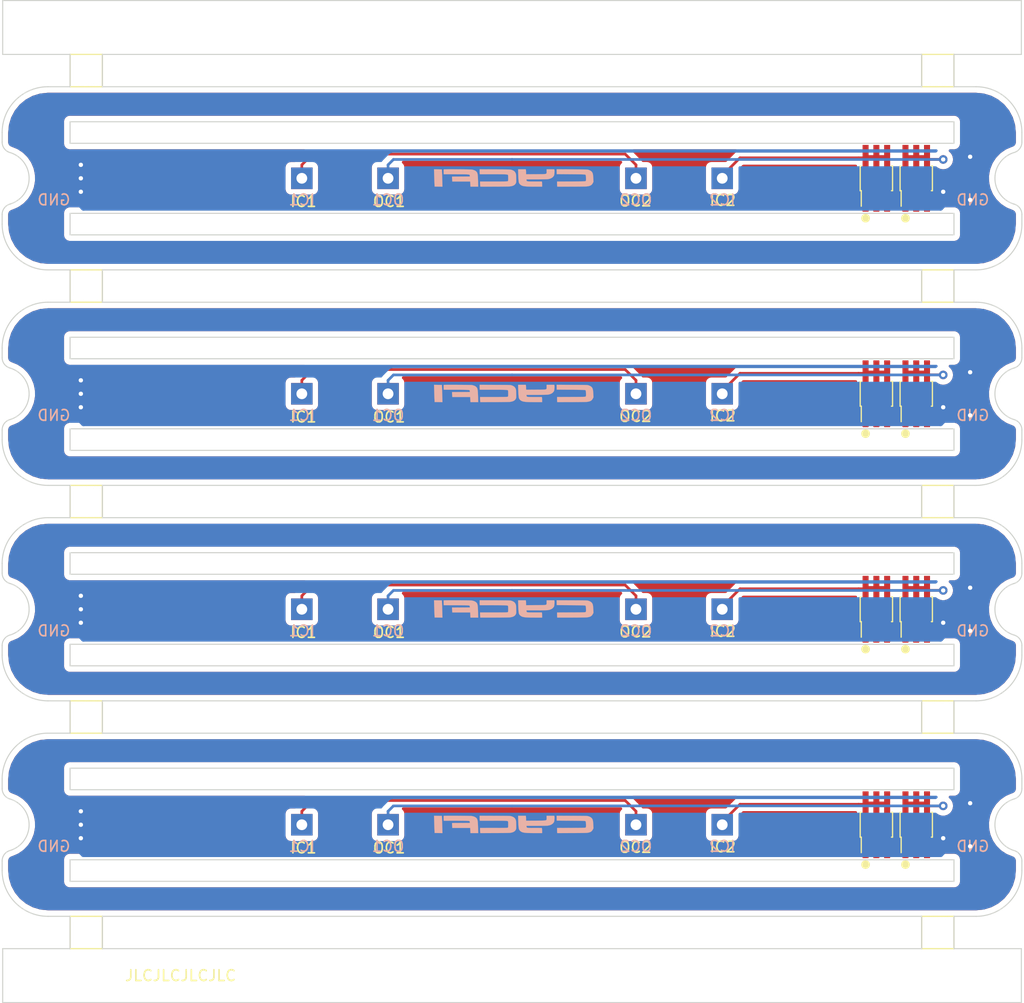
<source format=kicad_pcb>
(kicad_pcb (version 20171130) (host pcbnew "(5.1.10-1-10_14)")
  (layers (0 F.Cu signal) (31 B.Cu signal) (34 B.Paste user hide) (35 F.Paste user hide) (36 B.SilkS user hide) (37 F.SilkS user) (38 B.Mask user hide) (39 F.Mask user hide) (44 Edge.Cuts user))
  (net 0 "")
  (net 1 /oc1)
  (net 2 /ic1)
  (net 3 /ic2)
  (net 4 GND)
  (module cycfi_library:mounting_hole_2.1mm (layer F.Cu) (at 58 44.5)
    (fp_text reference REF** hide)
    (fp_text value mounting_hole_2.1mm)
    (pad "" np_thru_hole circle (at 0 0) (size 2.1 2.1) (drill 2.1) (layers *.Cu *.Mask))
  )
  (module cycfi_library:mounting_hole_2.1mm (layer F.Cu) (at 137 44.75)
    (fp_text reference REF** hide)
    (fp_text value mounting_hole_2.1mm)
    (pad "" np_thru_hole circle (at 0 0) (size 2.1 2.1) (drill 2.1) (layers *.Cu *.Mask))
  )
  (module cycfi_library:mounting_hole_2.1mm (layer F.Cu) (at 137 132.5)
    (fp_text reference REF** hide)
    (fp_text value mounting_hole_2.1mm)
    (pad "" np_thru_hole circle (at 0 0) (size 2.1 2.1) (drill 2.1) (layers *.Cu *.Mask))
  )
  (module cycfi_library:mounting_hole_2.1mm (layer F.Cu) (at 58 132.5)
    (fp_text reference REF** hide)
    (fp_text value mounting_hole_2.1mm)
    (pad "" np_thru_hole circle (at 0 0) (size 2.1 2.1) (drill 2.1) (layers *.Cu *.Mask))
  )
  (module cycfi_library:mouse-bite-3mm-slot-one-side (layer F.Cu) (at 137 48.5)
    (fp_text reference mouse-bite-3mm-slot hide)
    (fp_text value VAL** hide)
    (pad "" np_thru_hole circle (at 0.75 1.15) (size 0.5 0.5) (drill 0.5) (layers *.Cu *.Mask))
    (pad "" np_thru_hole circle (at -0.75 1.15) (size 0.5 0.5) (drill 0.5) (layers *.Cu *.Mask))
    (pad "" np_thru_hole circle (at 0 1.15) (size 0.5 0.5) (drill 0.5) (layers *.Cu *.Mask))
  )
  (module cycfi_library:mouse-bite-3mm-slot-one-side (layer F.Cu) (at 58 48.5)
    (fp_text reference mouse-bite-3mm-slot hide)
    (fp_text value VAL** hide)
    (pad "" np_thru_hole circle (at 0 1.15) (size 0.5 0.5) (drill 0.5) (layers *.Cu *.Mask))
    (pad "" np_thru_hole circle (at -0.75 1.15) (size 0.5 0.5) (drill 0.5) (layers *.Cu *.Mask))
    (pad "" np_thru_hole circle (at 0.75 1.15) (size 0.5 0.5) (drill 0.5) (layers *.Cu *.Mask))
  )
  (module cycfi_library:mouse-bite-3mm-slot-one-side (layer F.Cu) (at 58 128.5 180)
    (fp_text reference mouse-bite-3mm-slot hide)
    (fp_text value VAL** hide)
    (pad "" np_thru_hole circle (at 0.75 1.15 180) (size 0.5 0.5) (drill 0.5) (layers *.Cu *.Mask))
    (pad "" np_thru_hole circle (at -0.75 1.15 180) (size 0.5 0.5) (drill 0.5) (layers *.Cu *.Mask))
    (pad "" np_thru_hole circle (at 0 1.15 180) (size 0.5 0.5) (drill 0.5) (layers *.Cu *.Mask))
  )
  (module cycfi_library:mouse-bite-3mm-slot-one-side (layer F.Cu) (at 137 128.5 180)
    (fp_text reference mouse-bite-3mm-slot hide)
    (fp_text value VAL** hide)
    (pad "" np_thru_hole circle (at 0 1.15 180) (size 0.5 0.5) (drill 0.5) (layers *.Cu *.Mask))
    (pad "" np_thru_hole circle (at -0.75 1.15 180) (size 0.5 0.5) (drill 0.5) (layers *.Cu *.Mask))
    (pad "" np_thru_hole circle (at 0.75 1.15 180) (size 0.5 0.5) (drill 0.5) (layers *.Cu *.Mask))
  )
  (module cycfi_library:mouse-bite-3mm-slot (layer F.Cu) (at 137 108.5)
    (fp_text reference mouse-bite-3mm-slot hide)
    (fp_text value VAL** hide)
    (pad "" np_thru_hole circle (at 0.75 1.15) (size 0.5 0.5) (drill 0.5) (layers *.Cu *.Mask))
    (pad "" np_thru_hole circle (at -0.75 1.15) (size 0.5 0.5) (drill 0.5) (layers *.Cu *.Mask))
    (pad "" np_thru_hole circle (at -0.75 -1.15) (size 0.5 0.5) (drill 0.5) (layers *.Cu *.Mask))
    (pad "" np_thru_hole circle (at 0.75 -1.15) (size 0.5 0.5) (drill 0.5) (layers *.Cu *.Mask))
    (pad "" np_thru_hole circle (at 0 1.15) (size 0.5 0.5) (drill 0.5) (layers *.Cu *.Mask))
    (pad "" np_thru_hole circle (at 0 -1.15) (size 0.5 0.5) (drill 0.5) (layers *.Cu *.Mask))
  )
  (module cycfi_library:mouse-bite-3mm-slot (layer F.Cu) (at 137 88.5)
    (fp_text reference mouse-bite-3mm-slot hide)
    (fp_text value VAL** hide)
    (pad "" np_thru_hole circle (at 0 -1.15) (size 0.5 0.5) (drill 0.5) (layers *.Cu *.Mask))
    (pad "" np_thru_hole circle (at 0 1.15) (size 0.5 0.5) (drill 0.5) (layers *.Cu *.Mask))
    (pad "" np_thru_hole circle (at 0.75 -1.15) (size 0.5 0.5) (drill 0.5) (layers *.Cu *.Mask))
    (pad "" np_thru_hole circle (at -0.75 -1.15) (size 0.5 0.5) (drill 0.5) (layers *.Cu *.Mask))
    (pad "" np_thru_hole circle (at -0.75 1.15) (size 0.5 0.5) (drill 0.5) (layers *.Cu *.Mask))
    (pad "" np_thru_hole circle (at 0.75 1.15) (size 0.5 0.5) (drill 0.5) (layers *.Cu *.Mask))
  )
  (module cycfi_library:mouse-bite-3mm-slot (layer F.Cu) (at 58 108.5)
    (fp_text reference mouse-bite-3mm-slot hide)
    (fp_text value VAL** hide)
    (pad "" np_thru_hole circle (at 0 -1.15) (size 0.5 0.5) (drill 0.5) (layers *.Cu *.Mask))
    (pad "" np_thru_hole circle (at 0 1.15) (size 0.5 0.5) (drill 0.5) (layers *.Cu *.Mask))
    (pad "" np_thru_hole circle (at 0.75 -1.15) (size 0.5 0.5) (drill 0.5) (layers *.Cu *.Mask))
    (pad "" np_thru_hole circle (at -0.75 -1.15) (size 0.5 0.5) (drill 0.5) (layers *.Cu *.Mask))
    (pad "" np_thru_hole circle (at -0.75 1.15) (size 0.5 0.5) (drill 0.5) (layers *.Cu *.Mask))
    (pad "" np_thru_hole circle (at 0.75 1.15) (size 0.5 0.5) (drill 0.5) (layers *.Cu *.Mask))
  )
  (module cycfi_library:mouse-bite-3mm-slot (layer F.Cu) (at 58 88.5)
    (fp_text reference mouse-bite-3mm-slot hide)
    (fp_text value VAL** hide)
    (pad "" np_thru_hole circle (at 0.75 1.15) (size 0.5 0.5) (drill 0.5) (layers *.Cu *.Mask))
    (pad "" np_thru_hole circle (at -0.75 1.15) (size 0.5 0.5) (drill 0.5) (layers *.Cu *.Mask))
    (pad "" np_thru_hole circle (at -0.75 -1.15) (size 0.5 0.5) (drill 0.5) (layers *.Cu *.Mask))
    (pad "" np_thru_hole circle (at 0.75 -1.15) (size 0.5 0.5) (drill 0.5) (layers *.Cu *.Mask))
    (pad "" np_thru_hole circle (at 0 1.15) (size 0.5 0.5) (drill 0.5) (layers *.Cu *.Mask))
    (pad "" np_thru_hole circle (at 0 -1.15) (size 0.5 0.5) (drill 0.5) (layers *.Cu *.Mask))
  )
  (module cycfi_library:mouse-bite-3mm-slot (layer F.Cu) (at 137 68.5)
    (fp_text reference mouse-bite-3mm-slot hide)
    (fp_text value VAL** hide)
    (pad "" np_thru_hole circle (at 0.75 1.15) (size 0.5 0.5) (drill 0.5) (layers *.Cu *.Mask))
    (pad "" np_thru_hole circle (at -0.75 1.15) (size 0.5 0.5) (drill 0.5) (layers *.Cu *.Mask))
    (pad "" np_thru_hole circle (at -0.75 -1.15) (size 0.5 0.5) (drill 0.5) (layers *.Cu *.Mask))
    (pad "" np_thru_hole circle (at 0.75 -1.15) (size 0.5 0.5) (drill 0.5) (layers *.Cu *.Mask))
    (pad "" np_thru_hole circle (at 0 1.15) (size 0.5 0.5) (drill 0.5) (layers *.Cu *.Mask))
    (pad "" np_thru_hole circle (at 0 -1.15) (size 0.5 0.5) (drill 0.5) (layers *.Cu *.Mask))
  )
  (module cycfi_library:mouse-bite-3mm-slot (layer F.Cu) (at 58 68.5)
    (fp_text reference mouse-bite-3mm-slot hide)
    (fp_text value VAL** hide)
    (pad "" np_thru_hole circle (at 0 -1.15) (size 0.5 0.5) (drill 0.5) (layers *.Cu *.Mask))
    (pad "" np_thru_hole circle (at 0 1.15) (size 0.5 0.5) (drill 0.5) (layers *.Cu *.Mask))
    (pad "" np_thru_hole circle (at 0.75 -1.15) (size 0.5 0.5) (drill 0.5) (layers *.Cu *.Mask))
    (pad "" np_thru_hole circle (at -0.75 -1.15) (size 0.5 0.5) (drill 0.5) (layers *.Cu *.Mask))
    (pad "" np_thru_hole circle (at -0.75 1.15) (size 0.5 0.5) (drill 0.5) (layers *.Cu *.Mask))
    (pad "" np_thru_hole circle (at 0.75 1.15) (size 0.5 0.5) (drill 0.5) (layers *.Cu *.Mask))
  )
  (module cycfi_library:cycfi-logo-15mm (layer B.Cu) (at 97.75 118.5 180)
    (fp_text reference G*** hide)
    (fp_text value LOGO hide)
  )
  (module cycfi_library:cycfi-logo-15mm (layer B.Cu) (at 97.75 98.5 180)
    (fp_text reference G*** hide)
    (fp_text value LOGO hide)
  )
  (module cycfi_library:cycfi-logo-15mm (layer B.Cu) (at 97.75 78.5 180)
    (fp_text reference G*** hide)
    (fp_text value LOGO hide)
  )
  (module cycfi_library:pin_header_2x3p_1.00mm_smd_vertical (layer F.Cu) (at 131.3 118.5 90)
    (fp_text reference J2 hide)
    (fp_text value "Conn 2")
    (pad 4 smd rect (at 1.9 1 90) (size 2.4 0.56) (layers F.Cu F.Paste F.Mask) (net 3 /ic2))
    (pad 3 smd rect (at -1.9 1 90) (size 2.4 0.56) (layers F.Cu F.Paste F.Mask) (net 4 GND))
    (pad 5 smd rect (at 1.9 0 90) (size 2.4 0.56) (layers F.Cu F.Paste F.Mask) (net 3 /ic2))
    (pad 2 smd rect (at -1.9 0 90) (size 2.4 0.56) (layers F.Cu F.Paste F.Mask) (net 4 GND))
    (pad 6 smd rect (at 1.9 -1 90) (size 2.4 0.56) (layers F.Cu F.Paste F.Mask) (net 3 /ic2))
    (pad 1 smd rect (at -1.9 -1 90) (size 2.4 0.56) (layers F.Cu F.Paste F.Mask) (net 4 GND))
  )
  (module cycfi_library:pin_header_2x3p_1.00mm_smd_vertical (layer F.Cu) (at 131.3 98.5 90)
    (fp_text reference J2 hide)
    (fp_text value "Conn 2")
    (pad 4 smd rect (at 1.9 1 90) (size 2.4 0.56) (layers F.Cu F.Paste F.Mask) (net 3 /ic2))
    (pad 3 smd rect (at -1.9 1 90) (size 2.4 0.56) (layers F.Cu F.Paste F.Mask) (net 4 GND))
    (pad 5 smd rect (at 1.9 0 90) (size 2.4 0.56) (layers F.Cu F.Paste F.Mask) (net 3 /ic2))
    (pad 2 smd rect (at -1.9 0 90) (size 2.4 0.56) (layers F.Cu F.Paste F.Mask) (net 4 GND))
    (pad 6 smd rect (at 1.9 -1 90) (size 2.4 0.56) (layers F.Cu F.Paste F.Mask) (net 3 /ic2))
    (pad 1 smd rect (at -1.9 -1 90) (size 2.4 0.56) (layers F.Cu F.Paste F.Mask) (net 4 GND))
  )
  (module cycfi_library:pin_header_2x3p_1.00mm_smd_vertical (layer F.Cu) (at 131.3 78.5 90)
    (fp_text reference J2 hide)
    (fp_text value "Conn 2")
    (pad 4 smd rect (at 1.9 1 90) (size 2.4 0.56) (layers F.Cu F.Paste F.Mask) (net 3 /ic2))
    (pad 3 smd rect (at -1.9 1 90) (size 2.4 0.56) (layers F.Cu F.Paste F.Mask) (net 4 GND))
    (pad 5 smd rect (at 1.9 0 90) (size 2.4 0.56) (layers F.Cu F.Paste F.Mask) (net 3 /ic2))
    (pad 2 smd rect (at -1.9 0 90) (size 2.4 0.56) (layers F.Cu F.Paste F.Mask) (net 4 GND))
    (pad 6 smd rect (at 1.9 -1 90) (size 2.4 0.56) (layers F.Cu F.Paste F.Mask) (net 3 /ic2))
    (pad 1 smd rect (at -1.9 -1 90) (size 2.4 0.56) (layers F.Cu F.Paste F.Mask) (net 4 GND))
  )
  (module cycfi_library:single-pad-2x2-th (layer B.Cu) (at 117 118.5)
    (fp_text reference IC2 (at 0.05 2.05) (layer F.SilkS))
    (fp_text value single_pad_smd)
    (pad 1 thru_hole rect (at 0 0) (size 2 2) (drill 1) (layers *.Cu *.Mask) (net 3 /ic2))
  )
  (module cycfi_library:single-pad-2x2-th (layer B.Cu) (at 117 98.5)
    (fp_text reference IC2 (at 0.05 2.05) (layer F.SilkS))
    (fp_text value single_pad_smd)
    (pad 1 thru_hole rect (at 0 0) (size 2 2) (drill 1) (layers *.Cu *.Mask) (net 3 /ic2))
  )
  (module cycfi_library:single-pad-2x2-th (layer B.Cu) (at 117 78.5)
    (fp_text reference IC2 (at 0.05 2.05) (layer F.SilkS))
    (fp_text value single_pad_smd)
    (pad 1 thru_hole rect (at 0 0) (size 2 2) (drill 1) (layers *.Cu *.Mask) (net 3 /ic2))
  )
  (module cycfi_library:single-pad-2x2-th (layer B.Cu) (at 86 118.5)
    (fp_text reference OC1 (at 0.1 2.15) (layer F.SilkS))
    (fp_text value single_pad_smd)
    (pad 1 thru_hole rect (at 0 0) (size 2 2) (drill 1) (layers *.Cu *.Mask) (net 1 /oc1))
  )
  (module cycfi_library:single-pad-2x2-th (layer B.Cu) (at 86 98.5)
    (fp_text reference OC1 (at 0.1 2.15) (layer F.SilkS))
    (fp_text value single_pad_smd)
    (pad 1 thru_hole rect (at 0 0) (size 2 2) (drill 1) (layers *.Cu *.Mask) (net 1 /oc1))
  )
  (module cycfi_library:single-pad-2x2-th (layer B.Cu) (at 86 78.5)
    (fp_text reference OC1 (at 0.1 2.15) (layer F.SilkS))
    (fp_text value single_pad_smd)
    (pad 1 thru_hole rect (at 0 0) (size 2 2) (drill 1) (layers *.Cu *.Mask) (net 1 /oc1))
  )
  (module cycfi_library:single-pad-2x2-th (layer B.Cu) (at 109 118.5)
    (fp_text reference OC2 (at -0.05 2.1) (layer F.SilkS))
    (fp_text value single_pad_smd)
    (pad 1 thru_hole rect (at 0 0) (size 2 2) (drill 1) (layers *.Cu *.Mask) (net 2 /ic1))
  )
  (module cycfi_library:single-pad-2x2-th (layer B.Cu) (at 109 98.5)
    (fp_text reference OC2 (at -0.05 2.1) (layer F.SilkS))
    (fp_text value single_pad_smd)
    (pad 1 thru_hole rect (at 0 0) (size 2 2) (drill 1) (layers *.Cu *.Mask) (net 2 /ic1))
  )
  (module cycfi_library:single-pad-2x2-th (layer B.Cu) (at 109 78.5)
    (fp_text reference OC2 (at -0.05 2.1) (layer F.SilkS))
    (fp_text value single_pad_smd)
    (pad 1 thru_hole rect (at 0 0) (size 2 2) (drill 1) (layers *.Cu *.Mask) (net 2 /ic1))
  )
  (module cycfi_library:pin_header_2x3p_1.00mm_smd_vertical (layer F.Cu) (at 135 118.5 90)
    (fp_text reference J1 hide)
    (fp_text value "Conn 1")
    (pad 4 smd rect (at 1.9 1 90) (size 2.4 0.56) (layers F.Cu F.Paste F.Mask) (net 1 /oc1))
    (pad 3 smd rect (at -1.9 1 90) (size 2.4 0.56) (layers F.Cu F.Paste F.Mask) (net 4 GND))
    (pad 5 smd rect (at 1.9 0 90) (size 2.4 0.56) (layers F.Cu F.Paste F.Mask) (net 1 /oc1))
    (pad 2 smd rect (at -1.9 0 90) (size 2.4 0.56) (layers F.Cu F.Paste F.Mask) (net 4 GND))
    (pad 6 smd rect (at 1.9 -1 90) (size 2.4 0.56) (layers F.Cu F.Paste F.Mask) (net 1 /oc1))
    (pad 1 smd rect (at -1.9 -1 90) (size 2.4 0.56) (layers F.Cu F.Paste F.Mask) (net 4 GND))
  )
  (module cycfi_library:pin_header_2x3p_1.00mm_smd_vertical (layer F.Cu) (at 135 98.5 90)
    (fp_text reference J1 hide)
    (fp_text value "Conn 1")
    (pad 4 smd rect (at 1.9 1 90) (size 2.4 0.56) (layers F.Cu F.Paste F.Mask) (net 1 /oc1))
    (pad 3 smd rect (at -1.9 1 90) (size 2.4 0.56) (layers F.Cu F.Paste F.Mask) (net 4 GND))
    (pad 5 smd rect (at 1.9 0 90) (size 2.4 0.56) (layers F.Cu F.Paste F.Mask) (net 1 /oc1))
    (pad 2 smd rect (at -1.9 0 90) (size 2.4 0.56) (layers F.Cu F.Paste F.Mask) (net 4 GND))
    (pad 6 smd rect (at 1.9 -1 90) (size 2.4 0.56) (layers F.Cu F.Paste F.Mask) (net 1 /oc1))
    (pad 1 smd rect (at -1.9 -1 90) (size 2.4 0.56) (layers F.Cu F.Paste F.Mask) (net 4 GND))
  )
  (module cycfi_library:pin_header_2x3p_1.00mm_smd_vertical (layer F.Cu) (at 135 78.5 90)
    (fp_text reference J1 hide)
    (fp_text value "Conn 1")
    (pad 4 smd rect (at 1.9 1 90) (size 2.4 0.56) (layers F.Cu F.Paste F.Mask) (net 1 /oc1))
    (pad 3 smd rect (at -1.9 1 90) (size 2.4 0.56) (layers F.Cu F.Paste F.Mask) (net 4 GND))
    (pad 5 smd rect (at 1.9 0 90) (size 2.4 0.56) (layers F.Cu F.Paste F.Mask) (net 1 /oc1))
    (pad 2 smd rect (at -1.9 0 90) (size 2.4 0.56) (layers F.Cu F.Paste F.Mask) (net 4 GND))
    (pad 6 smd rect (at 1.9 -1 90) (size 2.4 0.56) (layers F.Cu F.Paste F.Mask) (net 1 /oc1))
    (pad 1 smd rect (at -1.9 -1 90) (size 2.4 0.56) (layers F.Cu F.Paste F.Mask) (net 4 GND))
  )
  (module cycfi_library:single-pad-3x2 (layer B.Cu) (at 55 118.5)
    (fp_text reference GND (at 0 2 180) (layer B.SilkS) (effects (justify mirror)))
    (fp_text value single_pad_smd)
    (pad 1 smd rect (at 0 0) (size 3 2) (layers B.Cu B.Paste B.Mask) (net 4 GND))
  )
  (module cycfi_library:single-pad-3x2 (layer B.Cu) (at 55 98.5)
    (fp_text reference GND (at 0 2 180) (layer B.SilkS) (effects (justify mirror)))
    (fp_text value single_pad_smd)
    (pad 1 smd rect (at 0 0) (size 3 2) (layers B.Cu B.Paste B.Mask) (net 4 GND))
  )
  (module cycfi_library:single-pad-3x2 (layer B.Cu) (at 55 78.5)
    (fp_text reference GND (at 0 2 180) (layer B.SilkS) (effects (justify mirror)))
    (fp_text value single_pad_smd)
    (pad 1 smd rect (at 0 0) (size 3 2) (layers B.Cu B.Paste B.Mask) (net 4 GND))
  )
  (module cycfi_library:single-pad-2x2-th (layer B.Cu) (at 78 118.5)
    (fp_text reference IC1 (at 0.15 2.15) (layer F.SilkS))
    (fp_text value single_pad_smd)
    (pad 1 thru_hole rect (at 0 0) (size 2 2) (drill 1) (layers *.Cu *.Mask) (net 2 /ic1))
  )
  (module cycfi_library:single-pad-2x2-th (layer B.Cu) (at 78 98.5)
    (fp_text reference IC1 (at 0.15 2.15) (layer F.SilkS))
    (fp_text value single_pad_smd)
    (pad 1 thru_hole rect (at 0 0) (size 2 2) (drill 1) (layers *.Cu *.Mask) (net 2 /ic1))
  )
  (module cycfi_library:single-pad-2x2-th (layer B.Cu) (at 78 78.5)
    (fp_text reference IC1 (at 0.15 2.15) (layer F.SilkS))
    (fp_text value single_pad_smd)
    (pad 1 thru_hole rect (at 0 0) (size 2 2) (drill 1) (layers *.Cu *.Mask) (net 2 /ic1))
  )
  (module cycfi_library:single-pad-3x2 (layer B.Cu) (at 140 118.5 180)
    (fp_text reference GND (at -0.25 -2 180) (layer B.SilkS) (effects (justify mirror)))
    (fp_text value single_pad_smd)
    (pad 1 smd rect (at 0 0 180) (size 3 2) (layers B.Cu B.Paste B.Mask) (net 4 GND))
  )
  (module cycfi_library:single-pad-3x2 (layer B.Cu) (at 140 98.5 180)
    (fp_text reference GND (at -0.25 -2 180) (layer B.SilkS) (effects (justify mirror)))
    (fp_text value single_pad_smd)
    (pad 1 smd rect (at 0 0 180) (size 3 2) (layers B.Cu B.Paste B.Mask) (net 4 GND))
  )
  (module cycfi_library:single-pad-3x2 (layer B.Cu) (at 140 78.5 180)
    (fp_text reference GND (at -0.25 -2 180) (layer B.SilkS) (effects (justify mirror)))
    (fp_text value single_pad_smd)
    (pad 1 smd rect (at 0 0 180) (size 3 2) (layers B.Cu B.Paste B.Mask) (net 4 GND))
  )
  (module cycfi_library:single-pad-3x2 (layer B.Cu) (at 140 58.5 180)
    (fp_text reference GND (at -0.25 -2 180) (layer B.SilkS) (effects (justify mirror)))
    (fp_text value single_pad_smd)
    (pad 1 smd rect (at 0 0 180) (size 3 2) (layers B.Cu B.Paste B.Mask) (net 4 GND))
  )
  (module cycfi_library:single-pad-3x2 (layer B.Cu) (at 55 58.5)
    (fp_text reference GND (at 0 2 180) (layer B.SilkS) (effects (justify mirror)))
    (fp_text value single_pad_smd)
    (pad 1 smd rect (at 0 0) (size 3 2) (layers B.Cu B.Paste B.Mask) (net 4 GND))
  )
  (module cycfi_library:single-pad-2x2-th (layer B.Cu) (at 109 58.5)
    (fp_text reference OC2 (at -0.05 2.1) (layer F.SilkS))
    (fp_text value single_pad_smd)
    (pad 1 thru_hole rect (at 0 0) (size 2 2) (drill 1) (layers *.Cu *.Mask) (net 2 /ic1))
  )
  (module cycfi_library:single-pad-2x2-th (layer B.Cu) (at 86 58.5)
    (fp_text reference OC1 (at 0.1 2.15) (layer F.SilkS))
    (fp_text value single_pad_smd)
    (pad 1 thru_hole rect (at 0 0) (size 2 2) (drill 1) (layers *.Cu *.Mask) (net 1 /oc1))
  )
  (module cycfi_library:single-pad-2x2-th (layer B.Cu) (at 117 58.5)
    (fp_text reference IC2 (at 0.05 2.05) (layer F.SilkS))
    (fp_text value single_pad_smd)
    (pad 1 thru_hole rect (at 0 0) (size 2 2) (drill 1) (layers *.Cu *.Mask) (net 3 /ic2))
  )
  (module cycfi_library:single-pad-2x2-th (layer B.Cu) (at 78 58.5)
    (fp_text reference IC1 (at 0.15 2.15) (layer F.SilkS))
    (fp_text value single_pad_smd)
    (pad 1 thru_hole rect (at 0 0) (size 2 2) (drill 1) (layers *.Cu *.Mask) (net 2 /ic1))
  )
  (module cycfi_library:cycfi-logo-15mm (layer B.Cu) (at 97.75 58.5 180)
    (fp_text reference G*** hide)
    (fp_text value LOGO hide)
  )
  (module cycfi_library:pin_header_2x3p_1.00mm_smd_vertical (layer F.Cu) (at 135 58.5 90)
    (fp_text reference J1 hide)
    (fp_text value "Conn 1")
    (pad 1 smd rect (at -1.9 -1 90) (size 2.4 0.56) (layers F.Cu F.Paste F.Mask) (net 4 GND))
    (pad 6 smd rect (at 1.9 -1 90) (size 2.4 0.56) (layers F.Cu F.Paste F.Mask) (net 1 /oc1))
    (pad 2 smd rect (at -1.9 0 90) (size 2.4 0.56) (layers F.Cu F.Paste F.Mask) (net 4 GND))
    (pad 5 smd rect (at 1.9 0 90) (size 2.4 0.56) (layers F.Cu F.Paste F.Mask) (net 1 /oc1))
    (pad 3 smd rect (at -1.9 1 90) (size 2.4 0.56) (layers F.Cu F.Paste F.Mask) (net 4 GND))
    (pad 4 smd rect (at 1.9 1 90) (size 2.4 0.56) (layers F.Cu F.Paste F.Mask) (net 1 /oc1))
  )
  (module cycfi_library:pin_header_2x3p_1.00mm_smd_vertical (layer F.Cu) (at 131.3 58.5 90)
    (fp_text reference J2 hide)
    (fp_text value "Conn 2")
    (pad 1 smd rect (at -1.9 -1 90) (size 2.4 0.56) (layers F.Cu F.Paste F.Mask) (net 4 GND))
    (pad 6 smd rect (at 1.9 -1 90) (size 2.4 0.56) (layers F.Cu F.Paste F.Mask) (net 3 /ic2))
    (pad 2 smd rect (at -1.9 0 90) (size 2.4 0.56) (layers F.Cu F.Paste F.Mask) (net 4 GND))
    (pad 5 smd rect (at 1.9 0 90) (size 2.4 0.56) (layers F.Cu F.Paste F.Mask) (net 3 /ic2))
    (pad 3 smd rect (at -1.9 1 90) (size 2.4 0.56) (layers F.Cu F.Paste F.Mask) (net 4 GND))
    (pad 4 smd rect (at 1.9 1 90) (size 2.4 0.56) (layers F.Cu F.Paste F.Mask) (net 3 /ic2))
  )
  (gr_text JLCJLCJLCJLC (at 66.75 132.5) (layer F.SilkS) (effects (font (size 1 1))))
  (gr_line (start 135.5 130) (end 59.5 130) (layer Edge.Cuts) (width 0.1))
  (gr_line (start 144.75 130) (end 138.5 130) (layer Edge.Cuts) (width 0.1))
  (gr_line (start 144.75 135) (end 144.75 130) (layer Edge.Cuts) (width 0.1))
  (gr_line (start 50.25 135) (end 144.75 135) (layer Edge.Cuts) (width 0.1))
  (gr_line (start 50.25 130) (end 50.25 135) (layer Edge.Cuts) (width 0.1))
  (gr_line (start 56.5 130) (end 50.25 130) (layer Edge.Cuts) (width 0.1))
  (gr_line (start 59.5 47) (end 59.5 50) (layer Edge.Cuts) (width 0.1))
  (gr_line (start 135.5 47) (end 59.5 47) (layer Edge.Cuts) (width 0.1))
  (gr_line (start 135.5 50) (end 135.5 47) (layer Edge.Cuts) (width 0.1))
  (gr_line (start 138.5 47) (end 138.5 50) (layer Edge.Cuts) (width 0.1))
  (gr_line (start 144.75 47) (end 138.5 47) (layer Edge.Cuts) (width 0.1))
  (gr_line (start 144.75 42) (end 144.75 47) (layer Edge.Cuts) (width 0.1))
  (gr_line (start 50.25 42) (end 144.75 42) (layer Edge.Cuts) (width 0.1))
  (gr_line (start 50.25 47) (end 50.25 42) (layer Edge.Cuts) (width 0.1))
  (gr_line (start 56.5 47) (end 50.25 47) (layer Edge.Cuts) (width 0.1))
  (gr_line (start 56.5 50) (end 56.5 47) (layer Edge.Cuts) (width 0.1))
  (gr_line (start 138.5 127) (end 138.5 130) (layer Edge.Cuts) (width 0.1))
  (gr_line (start 138.5 70) (end 138.5 67) (layer Edge.Cuts) (width 0.1))
  (gr_line (start 138.5 90) (end 138.5 87) (layer Edge.Cuts) (width 0.1))
  (gr_line (start 138.5 110) (end 138.5 107) (layer Edge.Cuts) (width 0.1))
  (gr_line (start 59.5 127) (end 135.5 127) (layer Edge.Cuts) (width 0.1))
  (gr_line (start 59.5 107) (end 135.5 107) (layer Edge.Cuts) (width 0.1))
  (gr_line (start 59.5 87) (end 135.5 87) (layer Edge.Cuts) (width 0.1))
  (gr_line (start 56.5 110) (end 54.45 110) (layer Edge.Cuts) (width 0.1))
  (gr_line (start 56.5 90) (end 54.45 90) (layer Edge.Cuts) (width 0.1))
  (gr_line (start 56.5 70) (end 54.45 70) (layer Edge.Cuts) (width 0.1))
  (gr_line (start 138.5 127) (end 140.55 127) (layer Edge.Cuts) (width 0.1))
  (gr_line (start 138.5 107) (end 140.55 107) (layer Edge.Cuts) (width 0.1))
  (gr_line (start 138.5 87) (end 140.55 87) (layer Edge.Cuts) (width 0.1))
  (gr_line (start 56.5 123.75) (end 56.5 121.75) (layer Edge.Cuts) (width 0.1))
  (gr_line (start 56.5 103.75) (end 56.5 101.75) (layer Edge.Cuts) (width 0.1))
  (gr_line (start 56.5 83.75) (end 56.5 81.75) (layer Edge.Cuts) (width 0.1))
  (gr_line (start 56.5 121.75) (end 138.5 121.75) (layer Edge.Cuts) (width 0.1))
  (gr_line (start 56.5 101.75) (end 138.5 101.75) (layer Edge.Cuts) (width 0.1))
  (gr_line (start 56.5 81.75) (end 138.5 81.75) (layer Edge.Cuts) (width 0.1))
  (gr_line (start 138.5 121.75) (end 138.5 123.75) (layer Edge.Cuts) (width 0.1))
  (gr_line (start 138.5 101.75) (end 138.5 103.75) (layer Edge.Cuts) (width 0.1))
  (gr_line (start 138.5 81.75) (end 138.5 83.75) (layer Edge.Cuts) (width 0.1))
  (gr_line (start 138.5 123.75) (end 56.5 123.75) (layer Edge.Cuts) (width 0.1))
  (gr_line (start 138.5 103.75) (end 56.5 103.75) (layer Edge.Cuts) (width 0.1))
  (gr_line (start 138.5 83.75) (end 56.5 83.75) (layer Edge.Cuts) (width 0.1))
  (gr_line (start 56.5 115.25) (end 56.5 113.25) (layer Edge.Cuts) (width 0.1))
  (gr_line (start 56.5 95.25) (end 56.5 93.25) (layer Edge.Cuts) (width 0.1))
  (gr_line (start 56.5 75.25) (end 56.5 73.25) (layer Edge.Cuts) (width 0.1))
  (gr_line (start 56.5 113.25) (end 138.5 113.25) (layer Edge.Cuts) (width 0.1))
  (gr_line (start 56.5 93.25) (end 138.5 93.25) (layer Edge.Cuts) (width 0.1))
  (gr_line (start 56.5 73.25) (end 138.5 73.25) (layer Edge.Cuts) (width 0.1))
  (gr_line (start 138.5 113.25) (end 138.5 115.25) (layer Edge.Cuts) (width 0.1))
  (gr_line (start 138.5 93.25) (end 138.5 95.25) (layer Edge.Cuts) (width 0.1))
  (gr_line (start 138.5 73.25) (end 138.5 75.25) (layer Edge.Cuts) (width 0.1))
  (gr_line (start 138.5 115.25) (end 56.5 115.25) (layer Edge.Cuts) (width 0.1))
  (gr_line (start 138.5 95.25) (end 56.5 95.25) (layer Edge.Cuts) (width 0.1))
  (gr_line (start 138.5 75.25) (end 56.5 75.25) (layer Edge.Cuts) (width 0.1))
  (gr_arc (start 143.8 115.145898) (end 144.085714 116.104213) (angle -73.3984504) (layer Edge.Cuts) (width 0.1))
  (gr_arc (start 143.8 95.145898) (end 144.085714 96.104213) (angle -73.3984504) (layer Edge.Cuts) (width 0.1))
  (gr_arc (start 143.8 75.145898) (end 144.085714 76.104213) (angle -73.3984504) (layer Edge.Cuts) (width 0.1))
  (gr_arc (start 140.55 114.25) (end 144.8 114.25) (angle -90) (layer Edge.Cuts) (width 0.1))
  (gr_arc (start 140.55 94.25) (end 144.8 94.25) (angle -90) (layer Edge.Cuts) (width 0.1))
  (gr_arc (start 140.55 74.25) (end 144.8 74.25) (angle -90) (layer Edge.Cuts) (width 0.1))
  (gr_arc (start 54.45 114.25) (end 54.45 110) (angle -90) (layer Edge.Cuts) (width 0.1))
  (gr_arc (start 54.45 94.25) (end 54.45 90) (angle -90) (layer Edge.Cuts) (width 0.1))
  (gr_arc (start 54.45 74.25) (end 54.45 70) (angle -90) (layer Edge.Cuts) (width 0.1))
  (gr_line (start 50.2 115.145898) (end 50.2 114.25) (layer Edge.Cuts) (width 0.1))
  (gr_line (start 50.2 95.145898) (end 50.2 94.25) (layer Edge.Cuts) (width 0.1))
  (gr_line (start 50.2 75.145898) (end 50.2 74.25) (layer Edge.Cuts) (width 0.1))
  (gr_arc (start 51.2 115.145898) (end 50.2 115.145898) (angle -73.3984504) (layer Edge.Cuts) (width 0.1))
  (gr_arc (start 51.2 95.145898) (end 50.2 95.145898) (angle -73.3984504) (layer Edge.Cuts) (width 0.1))
  (gr_arc (start 51.2 75.145898) (end 50.2 75.145898) (angle -73.3984504) (layer Edge.Cuts) (width 0.1))
  (gr_arc (start 50.2 118.5) (end 50.914286 120.895787) (angle -146.7969008) (layer Edge.Cuts) (width 0.1))
  (gr_arc (start 50.2 98.5) (end 50.914286 100.895787) (angle -146.7969008) (layer Edge.Cuts) (width 0.1))
  (gr_arc (start 50.2 78.5) (end 50.914286 80.895787) (angle -146.7969008) (layer Edge.Cuts) (width 0.1))
  (gr_arc (start 51.2 121.854102) (end 50.914286 120.895787) (angle -73.3984504) (layer Edge.Cuts) (width 0.1))
  (gr_arc (start 51.2 101.854102) (end 50.914286 100.895787) (angle -73.3984504) (layer Edge.Cuts) (width 0.1))
  (gr_arc (start 51.2 81.854102) (end 50.914286 80.895787) (angle -73.3984504) (layer Edge.Cuts) (width 0.1))
  (gr_arc (start 54.45 122.75) (end 50.2 122.75) (angle -90) (layer Edge.Cuts) (width 0.1))
  (gr_arc (start 54.45 102.75) (end 50.2 102.75) (angle -90) (layer Edge.Cuts) (width 0.1))
  (gr_arc (start 54.45 82.75) (end 50.2 82.75) (angle -90) (layer Edge.Cuts) (width 0.1))
  (gr_arc (start 140.55 122.75) (end 140.55 127) (angle -90) (layer Edge.Cuts) (width 0.1))
  (gr_arc (start 140.55 102.75) (end 140.55 107) (angle -90) (layer Edge.Cuts) (width 0.1))
  (gr_arc (start 140.55 82.75) (end 140.55 87) (angle -90) (layer Edge.Cuts) (width 0.1))
  (gr_line (start 144.8 121.854102) (end 144.8 122.75) (layer Edge.Cuts) (width 0.1))
  (gr_line (start 144.8 101.854102) (end 144.8 102.75) (layer Edge.Cuts) (width 0.1))
  (gr_line (start 144.8 81.854102) (end 144.8 82.75) (layer Edge.Cuts) (width 0.1))
  (gr_arc (start 143.8 121.854102) (end 144.8 121.854102) (angle -73.3984504) (layer Edge.Cuts) (width 0.1))
  (gr_arc (start 143.8 101.854102) (end 144.8 101.854102) (angle -73.3984504) (layer Edge.Cuts) (width 0.1))
  (gr_arc (start 143.8 81.854102) (end 144.8 81.854102) (angle -73.3984504) (layer Edge.Cuts) (width 0.1))
  (gr_arc (start 144.8 118.5) (end 144.085714 116.104213) (angle -146.7969008) (layer Edge.Cuts) (width 0.1))
  (gr_arc (start 144.8 98.5) (end 144.085714 96.104213) (angle -146.7969008) (layer Edge.Cuts) (width 0.1))
  (gr_arc (start 144.8 78.5) (end 144.085714 76.104213) (angle -146.7969008) (layer Edge.Cuts) (width 0.1))
  (gr_line (start 144.8 114.25) (end 144.8 115.145898) (layer Edge.Cuts) (width 0.1))
  (gr_line (start 144.8 94.25) (end 144.8 95.145898) (layer Edge.Cuts) (width 0.1))
  (gr_line (start 144.8 74.25) (end 144.8 75.145898) (layer Edge.Cuts) (width 0.1))
  (gr_line (start 50.2 122.75) (end 50.2 121.854102) (layer Edge.Cuts) (width 0.1))
  (gr_line (start 50.2 102.75) (end 50.2 101.854102) (layer Edge.Cuts) (width 0.1))
  (gr_line (start 50.2 82.75) (end 50.2 81.854102) (layer Edge.Cuts) (width 0.1))
  (gr_line (start 135.5 110) (end 59.5 110) (layer Edge.Cuts) (width 0.1))
  (gr_line (start 135.5 90) (end 59.5 90) (layer Edge.Cuts) (width 0.1))
  (gr_line (start 135.5 70) (end 59.5 70) (layer Edge.Cuts) (width 0.1))
  (gr_line (start 140.55 110) (end 138.5 110) (layer Edge.Cuts) (width 0.1))
  (gr_line (start 140.55 90) (end 138.5 90) (layer Edge.Cuts) (width 0.1))
  (gr_line (start 140.55 70) (end 138.5 70) (layer Edge.Cuts) (width 0.1))
  (gr_line (start 56.5 127) (end 56.5 130) (layer Edge.Cuts) (width 0.1))
  (gr_line (start 56.5 107) (end 56.5 110) (layer Edge.Cuts) (width 0.1))
  (gr_line (start 56.5 87) (end 56.5 90) (layer Edge.Cuts) (width 0.1))
  (gr_line (start 54.45 127) (end 56.5 127) (layer Edge.Cuts) (width 0.1))
  (gr_line (start 54.45 107) (end 56.5 107) (layer Edge.Cuts) (width 0.1))
  (gr_line (start 54.45 87) (end 56.5 87) (layer Edge.Cuts) (width 0.1))
  (gr_line (start 135.5 127) (end 135.5 130) (layer Edge.Cuts) (width 0.1))
  (gr_line (start 135.5 107) (end 135.5 110) (layer Edge.Cuts) (width 0.1))
  (gr_line (start 135.5 87) (end 135.5 90) (layer Edge.Cuts) (width 0.1))
  (gr_line (start 59.5 130) (end 59.5 127) (layer Edge.Cuts) (width 0.1))
  (gr_line (start 59.5 110) (end 59.5 107) (layer Edge.Cuts) (width 0.1))
  (gr_line (start 59.5 90) (end 59.5 87) (layer Edge.Cuts) (width 0.1))
  (gr_line (start 56.5 50) (end 54.45 50) (layer Edge.Cuts) (width 0.1))
  (gr_line (start 135.5 50) (end 59.5 50) (layer Edge.Cuts) (width 0.1))
  (gr_line (start 140.55 50) (end 138.5 50) (layer Edge.Cuts) (width 0.1))
  (gr_line (start 138.5 67) (end 140.55 67) (layer Edge.Cuts) (width 0.1))
  (gr_line (start 135.5 67) (end 135.5 70) (layer Edge.Cuts) (width 0.1))
  (gr_line (start 59.5 67) (end 135.5 67) (layer Edge.Cuts) (width 0.1))
  (gr_line (start 59.5 70) (end 59.5 67) (layer Edge.Cuts) (width 0.1))
  (gr_line (start 56.5 67) (end 56.5 70) (layer Edge.Cuts) (width 0.1))
  (gr_line (start 54.45 67) (end 56.5 67) (layer Edge.Cuts) (width 0.1))
  (gr_text OC1 (at 86 120.5) (layer B.SilkS) (effects (font (size 1 1)) (justify mirror)))
  (gr_text OC1 (at 86 100.5) (layer B.SilkS) (effects (font (size 1 1)) (justify mirror)))
  (gr_text OC1 (at 86 80.5) (layer B.SilkS) (effects (font (size 1 1)) (justify mirror)))
  (gr_text OC2 (at 109 120.5) (layer B.SilkS) (effects (font (size 1 1)) (justify mirror)))
  (gr_text OC2 (at 109 100.5) (layer B.SilkS) (effects (font (size 1 1)) (justify mirror)))
  (gr_text OC2 (at 109 80.5) (layer B.SilkS) (effects (font (size 1 1)) (justify mirror)))
  (gr_text IC2 (at 117 120.5) (layer B.SilkS) (effects (font (size 1 1)) (justify mirror)))
  (gr_text IC2 (at 117 100.5) (layer B.SilkS) (effects (font (size 1 1)) (justify mirror)))
  (gr_text IC2 (at 117 80.5) (layer B.SilkS) (effects (font (size 1 1)) (justify mirror)))
  (gr_text IC1 (at 78 120.5) (layer B.SilkS) (effects (font (size 1 1)) (justify mirror)))
  (gr_text IC1 (at 78 100.5) (layer B.SilkS) (effects (font (size 1 1)) (justify mirror)))
  (gr_text IC1 (at 78 80.5) (layer B.SilkS) (effects (font (size 1 1)) (justify mirror)))
  (gr_text IC2 (at 117 60.5) (layer B.SilkS) (effects (font (size 1 1)) (justify mirror)))
  (gr_text OC2 (at 109 60.5) (layer B.SilkS) (effects (font (size 1 1)) (justify mirror)))
  (gr_text OC1 (at 86 60.5) (layer B.SilkS) (effects (font (size 1 1)) (justify mirror)))
  (gr_text IC1 (at 78 60.5) (layer B.SilkS) (effects (font (size 1 1)) (justify mirror)))
  (gr_line (start 50.2 62.75) (end 50.2 61.854102) (layer Edge.Cuts) (width 0.1))
  (gr_line (start 144.8 54.25) (end 144.8 55.145898) (layer Edge.Cuts) (width 0.1))
  (gr_arc (start 144.8 58.5) (end 144.085714 56.104213) (angle -146.7969008) (layer Edge.Cuts) (width 0.1))
  (gr_arc (start 143.8 61.854102) (end 144.8 61.854102) (angle -73.3984504) (layer Edge.Cuts) (width 0.1))
  (gr_line (start 144.8 61.854102) (end 144.8 62.75) (layer Edge.Cuts) (width 0.1))
  (gr_arc (start 140.55 62.75) (end 140.55 67) (angle -90) (layer Edge.Cuts) (width 0.1))
  (gr_arc (start 54.45 62.75) (end 50.2 62.75) (angle -90) (layer Edge.Cuts) (width 0.1))
  (gr_arc (start 51.2 61.854102) (end 50.914286 60.895787) (angle -73.3984504) (layer Edge.Cuts) (width 0.1))
  (gr_arc (start 50.2 58.5) (end 50.914286 60.895787) (angle -146.7969008) (layer Edge.Cuts) (width 0.1))
  (gr_arc (start 51.2 55.145898) (end 50.2 55.145898) (angle -73.3984504) (layer Edge.Cuts) (width 0.1))
  (gr_line (start 50.2 55.145898) (end 50.2 54.25) (layer Edge.Cuts) (width 0.1))
  (gr_arc (start 54.45 54.25) (end 54.45 50) (angle -90) (layer Edge.Cuts) (width 0.1))
  (gr_arc (start 140.55 54.25) (end 144.8 54.25) (angle -90) (layer Edge.Cuts) (width 0.1))
  (gr_arc (start 143.8 55.145898) (end 144.085714 56.104213) (angle -73.3984504) (layer Edge.Cuts) (width 0.1))
  (gr_line (start 138.5 55.25) (end 56.5 55.25) (layer Edge.Cuts) (width 0.1))
  (gr_line (start 138.5 53.25) (end 138.5 55.25) (layer Edge.Cuts) (width 0.1))
  (gr_line (start 56.5 53.25) (end 138.5 53.25) (layer Edge.Cuts) (width 0.1))
  (gr_line (start 56.5 55.25) (end 56.5 53.25) (layer Edge.Cuts) (width 0.1))
  (gr_line (start 138.5 63.75) (end 56.5 63.75) (layer Edge.Cuts) (width 0.1))
  (gr_line (start 138.5 61.75) (end 138.5 63.75) (layer Edge.Cuts) (width 0.1))
  (gr_line (start 56.5 61.75) (end 138.5 61.75) (layer Edge.Cuts) (width 0.1))
  (gr_line (start 56.5 63.75) (end 56.5 61.75) (layer Edge.Cuts) (width 0.1))
  (segment (start 86 58.5) (end 86 57.25) (width 0.25) (layer B.Cu) (net 1))
  (via (at 137.5 56.75) (size 0.8) (drill 0.4) (layers F.Cu B.Cu) (net 1))
  (segment (start 97.5 56.75) (end 137.5 56.75) (width 0.25) (layer B.Cu) (net 1))
  (segment (start 86 57.25) (end 86.5 56.75) (width 0.25) (layer B.Cu) (net 1))
  (segment (start 136.15 56.75) (end 136 56.6) (width 0.25) (layer F.Cu) (net 1))
  (segment (start 137.5 56.75) (end 136.15 56.75) (width 0.25) (layer F.Cu) (net 1))
  (segment (start 134 56.6) (end 135 56.6) (width 0.5) (layer F.Cu) (net 1))
  (segment (start 135 56.6) (end 136 56.6) (width 0.5) (layer F.Cu) (net 1))
  (segment (start 86.5 56.75) (end 97.5 56.75) (width 0.25) (layer B.Cu) (net 1))
  (segment (start 136.15 76.75) (end 136 76.6) (width 0.25) (layer F.Cu) (net 1))
  (segment (start 136.15 96.75) (end 136 96.6) (width 0.25) (layer F.Cu) (net 1))
  (segment (start 136.15 116.75) (end 136 116.6) (width 0.25) (layer F.Cu) (net 1))
  (segment (start 86 78.5) (end 86 77.25) (width 0.25) (layer B.Cu) (net 1))
  (segment (start 86 98.5) (end 86 97.25) (width 0.25) (layer B.Cu) (net 1))
  (segment (start 86 118.5) (end 86 117.25) (width 0.25) (layer B.Cu) (net 1))
  (via (at 137.5 76.75) (size 0.8) (drill 0.4) (layers F.Cu B.Cu) (net 1))
  (via (at 137.5 96.75) (size 0.8) (drill 0.4) (layers F.Cu B.Cu) (net 1))
  (via (at 137.5 116.75) (size 0.8) (drill 0.4) (layers F.Cu B.Cu) (net 1))
  (segment (start 137.5 76.75) (end 136.15 76.75) (width 0.25) (layer F.Cu) (net 1))
  (segment (start 137.5 96.75) (end 136.15 96.75) (width 0.25) (layer F.Cu) (net 1))
  (segment (start 137.5 116.75) (end 136.15 116.75) (width 0.25) (layer F.Cu) (net 1))
  (segment (start 86.5 76.75) (end 97.5 76.75) (width 0.25) (layer B.Cu) (net 1))
  (segment (start 86.5 96.75) (end 97.5 96.75) (width 0.25) (layer B.Cu) (net 1))
  (segment (start 86.5 116.75) (end 97.5 116.75) (width 0.25) (layer B.Cu) (net 1))
  (segment (start 135 76.6) (end 136 76.6) (width 0.5) (layer F.Cu) (net 1))
  (segment (start 135 96.6) (end 136 96.6) (width 0.5) (layer F.Cu) (net 1))
  (segment (start 135 116.6) (end 136 116.6) (width 0.5) (layer F.Cu) (net 1))
  (segment (start 86 77.25) (end 86.5 76.75) (width 0.25) (layer B.Cu) (net 1))
  (segment (start 86 97.25) (end 86.5 96.75) (width 0.25) (layer B.Cu) (net 1))
  (segment (start 86 117.25) (end 86.5 116.75) (width 0.25) (layer B.Cu) (net 1))
  (segment (start 97.5 76.75) (end 137.5 76.75) (width 0.25) (layer B.Cu) (net 1))
  (segment (start 97.5 96.75) (end 137.5 96.75) (width 0.25) (layer B.Cu) (net 1))
  (segment (start 97.5 116.75) (end 137.5 116.75) (width 0.25) (layer B.Cu) (net 1))
  (segment (start 134 76.6) (end 135 76.6) (width 0.5) (layer F.Cu) (net 1))
  (segment (start 134 96.6) (end 135 96.6) (width 0.5) (layer F.Cu) (net 1))
  (segment (start 134 116.6) (end 135 116.6) (width 0.5) (layer F.Cu) (net 1))
  (segment (start 78 58.5) (end 78 57.25) (width 0.25) (layer F.Cu) (net 2))
  (segment (start 78 57.25) (end 79 56.25) (width 0.25) (layer F.Cu) (net 2))
  (segment (start 79 56.25) (end 108 56.25) (width 0.25) (layer F.Cu) (net 2))
  (segment (start 109 57.25) (end 109 58.5) (width 0.25) (layer F.Cu) (net 2))
  (segment (start 108 56.25) (end 109 57.25) (width 0.25) (layer F.Cu) (net 2))
  (segment (start 78 78.5) (end 78 77.25) (width 0.25) (layer F.Cu) (net 2))
  (segment (start 78 98.5) (end 78 97.25) (width 0.25) (layer F.Cu) (net 2))
  (segment (start 78 118.5) (end 78 117.25) (width 0.25) (layer F.Cu) (net 2))
  (segment (start 78 77.25) (end 79 76.25) (width 0.25) (layer F.Cu) (net 2))
  (segment (start 78 97.25) (end 79 96.25) (width 0.25) (layer F.Cu) (net 2))
  (segment (start 78 117.25) (end 79 116.25) (width 0.25) (layer F.Cu) (net 2))
  (segment (start 79 76.25) (end 108 76.25) (width 0.25) (layer F.Cu) (net 2))
  (segment (start 79 96.25) (end 108 96.25) (width 0.25) (layer F.Cu) (net 2))
  (segment (start 79 116.25) (end 108 116.25) (width 0.25) (layer F.Cu) (net 2))
  (segment (start 109 77.25) (end 109 78.5) (width 0.25) (layer F.Cu) (net 2))
  (segment (start 109 97.25) (end 109 98.5) (width 0.25) (layer F.Cu) (net 2))
  (segment (start 109 117.25) (end 109 118.5) (width 0.25) (layer F.Cu) (net 2))
  (segment (start 108 76.25) (end 109 77.25) (width 0.25) (layer F.Cu) (net 2))
  (segment (start 108 96.25) (end 109 97.25) (width 0.25) (layer F.Cu) (net 2))
  (segment (start 108 116.25) (end 109 117.25) (width 0.25) (layer F.Cu) (net 2))
  (segment (start 117 58.5) (end 117 58.25) (width 0.25) (layer F.Cu) (net 3))
  (segment (start 129.65 56.6) (end 130.3 56.6) (width 0.25) (layer F.Cu) (net 3))
  (segment (start 117 58.25) (end 118.65 56.6) (width 0.25) (layer F.Cu) (net 3))
  (segment (start 130.3 56.6) (end 131.3 56.6) (width 0.5) (layer F.Cu) (net 3))
  (segment (start 131.3 56.6) (end 132.3 56.6) (width 0.5) (layer F.Cu) (net 3))
  (segment (start 118.65 56.6) (end 129.65 56.6) (width 0.25) (layer F.Cu) (net 3))
  (segment (start 118.65 76.6) (end 129.65 76.6) (width 0.25) (layer F.Cu) (net 3))
  (segment (start 118.65 96.6) (end 129.65 96.6) (width 0.25) (layer F.Cu) (net 3))
  (segment (start 118.65 116.6) (end 129.65 116.6) (width 0.25) (layer F.Cu) (net 3))
  (segment (start 117 78.5) (end 117 78.25) (width 0.25) (layer F.Cu) (net 3))
  (segment (start 117 98.5) (end 117 98.25) (width 0.25) (layer F.Cu) (net 3))
  (segment (start 117 118.5) (end 117 118.25) (width 0.25) (layer F.Cu) (net 3))
  (segment (start 129.65 76.6) (end 130.3 76.6) (width 0.25) (layer F.Cu) (net 3))
  (segment (start 129.65 96.6) (end 130.3 96.6) (width 0.25) (layer F.Cu) (net 3))
  (segment (start 129.65 116.6) (end 130.3 116.6) (width 0.25) (layer F.Cu) (net 3))
  (segment (start 117 78.25) (end 118.65 76.6) (width 0.25) (layer F.Cu) (net 3))
  (segment (start 117 98.25) (end 118.65 96.6) (width 0.25) (layer F.Cu) (net 3))
  (segment (start 117 118.25) (end 118.65 116.6) (width 0.25) (layer F.Cu) (net 3))
  (segment (start 130.3 76.6) (end 131.3 76.6) (width 0.5) (layer F.Cu) (net 3))
  (segment (start 130.3 96.6) (end 131.3 96.6) (width 0.5) (layer F.Cu) (net 3))
  (segment (start 130.3 116.6) (end 131.3 116.6) (width 0.5) (layer F.Cu) (net 3))
  (segment (start 131.3 76.6) (end 132.3 76.6) (width 0.5) (layer F.Cu) (net 3))
  (segment (start 131.3 96.6) (end 132.3 96.6) (width 0.5) (layer F.Cu) (net 3))
  (segment (start 131.3 116.6) (end 132.3 116.6) (width 0.5) (layer F.Cu) (net 3))
  (segment (start 130.3 60.4) (end 131.3 60.4) (width 0.5) (layer F.Cu) (net 4))
  (segment (start 131.3 60.4) (end 132.3 60.4) (width 0.5) (layer F.Cu) (net 4))
  (segment (start 132.3 60.4) (end 134 60.4) (width 0.5) (layer F.Cu) (net 4))
  (segment (start 134 60.4) (end 135 60.4) (width 0.5) (layer F.Cu) (net 4))
  (segment (start 135 60.4) (end 136 60.4) (width 0.5) (layer F.Cu) (net 4))
  (via (at 137.5 59.75) (size 0.8) (drill 0.4) (layers F.Cu B.Cu) (net 4))
  (segment (start 136.85 60.4) (end 137.5 59.75) (width 0.5) (layer F.Cu) (net 4))
  (segment (start 136 60.4) (end 136.85 60.4) (width 0.5) (layer F.Cu) (net 4))
  (segment (start 138.75 58.5) (end 137.5 59.75) (width 0.5) (layer B.Cu) (net 4))
  (segment (start 140 58.5) (end 138.75 58.5) (width 0.5) (layer B.Cu) (net 4))
  (via (at 57.5 58.5) (size 0.8) (drill 0.4) (layers F.Cu B.Cu) (net 4))
  (segment (start 55 58.5) (end 57.5 58.5) (width 0.5) (layer B.Cu) (net 4))
  (via (at 57.5 57.25) (size 0.8) (drill 0.4) (layers F.Cu B.Cu) (net 4))
  (via (at 57.5 59.75) (size 0.8) (drill 0.4) (layers F.Cu B.Cu) (net 4))
  (via (at 140 56.5) (size 0.8) (drill 0.4) (layers F.Cu B.Cu) (net 4))
  (via (at 140 60.5) (size 0.8) (drill 0.4) (layers F.Cu B.Cu) (net 4))
  (segment (start 57.74999 61.24999) (end 55 58.5) (width 0.5) (layer B.Cu) (net 4))
  (segment (start 137.25001 61.24999) (end 57.74999 61.24999) (width 0.5) (layer B.Cu) (net 4))
  (segment (start 140 58.5) (end 137.25001 61.24999) (width 0.5) (layer B.Cu) (net 4))
  (segment (start 136.85 80.4) (end 137.5 79.75) (width 0.5) (layer F.Cu) (net 4))
  (segment (start 136.85 100.4) (end 137.5 99.75) (width 0.5) (layer F.Cu) (net 4))
  (segment (start 136.85 120.4) (end 137.5 119.75) (width 0.5) (layer F.Cu) (net 4))
  (via (at 137.5 79.75) (size 0.8) (drill 0.4) (layers F.Cu B.Cu) (net 4))
  (via (at 137.5 99.75) (size 0.8) (drill 0.4) (layers F.Cu B.Cu) (net 4))
  (via (at 137.5 119.75) (size 0.8) (drill 0.4) (layers F.Cu B.Cu) (net 4))
  (segment (start 136 80.4) (end 136.85 80.4) (width 0.5) (layer F.Cu) (net 4))
  (segment (start 136 100.4) (end 136.85 100.4) (width 0.5) (layer F.Cu) (net 4))
  (segment (start 136 120.4) (end 136.85 120.4) (width 0.5) (layer F.Cu) (net 4))
  (segment (start 138.75 78.5) (end 137.5 79.75) (width 0.5) (layer B.Cu) (net 4))
  (segment (start 138.75 98.5) (end 137.5 99.75) (width 0.5) (layer B.Cu) (net 4))
  (segment (start 138.75 118.5) (end 137.5 119.75) (width 0.5) (layer B.Cu) (net 4))
  (segment (start 140 78.5) (end 138.75 78.5) (width 0.5) (layer B.Cu) (net 4))
  (segment (start 140 98.5) (end 138.75 98.5) (width 0.5) (layer B.Cu) (net 4))
  (segment (start 140 118.5) (end 138.75 118.5) (width 0.5) (layer B.Cu) (net 4))
  (via (at 57.5 78.5) (size 0.8) (drill 0.4) (layers F.Cu B.Cu) (net 4))
  (via (at 57.5 98.5) (size 0.8) (drill 0.4) (layers F.Cu B.Cu) (net 4))
  (via (at 57.5 118.5) (size 0.8) (drill 0.4) (layers F.Cu B.Cu) (net 4))
  (segment (start 55 78.5) (end 57.5 78.5) (width 0.5) (layer B.Cu) (net 4))
  (segment (start 55 98.5) (end 57.5 98.5) (width 0.5) (layer B.Cu) (net 4))
  (segment (start 55 118.5) (end 57.5 118.5) (width 0.5) (layer B.Cu) (net 4))
  (via (at 57.5 77.25) (size 0.8) (drill 0.4) (layers F.Cu B.Cu) (net 4))
  (via (at 57.5 97.25) (size 0.8) (drill 0.4) (layers F.Cu B.Cu) (net 4))
  (via (at 57.5 117.25) (size 0.8) (drill 0.4) (layers F.Cu B.Cu) (net 4))
  (via (at 57.5 79.75) (size 0.8) (drill 0.4) (layers F.Cu B.Cu) (net 4))
  (via (at 57.5 99.75) (size 0.8) (drill 0.4) (layers F.Cu B.Cu) (net 4))
  (via (at 57.5 119.75) (size 0.8) (drill 0.4) (layers F.Cu B.Cu) (net 4))
  (via (at 140 76.5) (size 0.8) (drill 0.4) (layers F.Cu B.Cu) (net 4))
  (via (at 140 96.5) (size 0.8) (drill 0.4) (layers F.Cu B.Cu) (net 4))
  (via (at 140 116.5) (size 0.8) (drill 0.4) (layers F.Cu B.Cu) (net 4))
  (via (at 140 80.5) (size 0.8) (drill 0.4) (layers F.Cu B.Cu) (net 4))
  (via (at 140 100.5) (size 0.8) (drill 0.4) (layers F.Cu B.Cu) (net 4))
  (via (at 140 120.5) (size 0.8) (drill 0.4) (layers F.Cu B.Cu) (net 4))
  (segment (start 57.74999 81.24999) (end 55 78.5) (width 0.5) (layer B.Cu) (net 4))
  (segment (start 57.74999 101.24999) (end 55 98.5) (width 0.5) (layer B.Cu) (net 4))
  (segment (start 57.74999 121.24999) (end 55 118.5) (width 0.5) (layer B.Cu) (net 4))
  (segment (start 137.25001 81.24999) (end 57.74999 81.24999) (width 0.5) (layer B.Cu) (net 4))
  (segment (start 137.25001 101.24999) (end 57.74999 101.24999) (width 0.5) (layer B.Cu) (net 4))
  (segment (start 137.25001 121.24999) (end 57.74999 121.24999) (width 0.5) (layer B.Cu) (net 4))
  (segment (start 140 78.5) (end 137.25001 81.24999) (width 0.5) (layer B.Cu) (net 4))
  (segment (start 140 98.5) (end 137.25001 101.24999) (width 0.5) (layer B.Cu) (net 4))
  (segment (start 140 118.5) (end 137.25001 121.24999) (width 0.5) (layer B.Cu) (net 4))
  (segment (start 130.3 80.4) (end 131.3 80.4) (width 0.5) (layer F.Cu) (net 4))
  (segment (start 130.3 100.4) (end 131.3 100.4) (width 0.5) (layer F.Cu) (net 4))
  (segment (start 130.3 120.4) (end 131.3 120.4) (width 0.5) (layer F.Cu) (net 4))
  (segment (start 135 80.4) (end 136 80.4) (width 0.5) (layer F.Cu) (net 4))
  (segment (start 135 100.4) (end 136 100.4) (width 0.5) (layer F.Cu) (net 4))
  (segment (start 135 120.4) (end 136 120.4) (width 0.5) (layer F.Cu) (net 4))
  (segment (start 132.3 80.4) (end 134 80.4) (width 0.5) (layer F.Cu) (net 4))
  (segment (start 132.3 100.4) (end 134 100.4) (width 0.5) (layer F.Cu) (net 4))
  (segment (start 132.3 120.4) (end 134 120.4) (width 0.5) (layer F.Cu) (net 4))
  (segment (start 131.3 80.4) (end 132.3 80.4) (width 0.5) (layer F.Cu) (net 4))
  (segment (start 131.3 100.4) (end 132.3 100.4) (width 0.5) (layer F.Cu) (net 4))
  (segment (start 131.3 120.4) (end 132.3 120.4) (width 0.5) (layer F.Cu) (net 4))
  (segment (start 134 80.4) (end 135 80.4) (width 0.5) (layer F.Cu) (net 4))
  (segment (start 134 100.4) (end 135 100.4) (width 0.5) (layer F.Cu) (net 4))
  (segment (start 134 120.4) (end 135 120.4) (width 0.5) (layer F.Cu) (net 4))
  (zone (net 4) (net_name GND) (layer F.Cu) (connect_pads yes (clearance 0.508)) (min_thickness 0.254) (fill yes (arc_segments 32) (thermal_gap 0.508) (thermal_bridge_width 0.508))
    (polygon (pts (xy 145 67.25) (xy 50 67.25) (xy 50 49.75) (xy 145 49.75)))
  )
  (zone (net 4) (net_name GND) (layer B.Cu) (connect_pads yes (clearance 0.508)) (min_thickness 0.254) (fill yes (arc_segments 32) (thermal_gap 0.508) (thermal_bridge_width 0.508))
    (polygon (pts (xy 145 67.25) (xy 50 67.25) (xy 50 49.75) (xy 145 49.75)))
  )
  (zone (net 4) (net_name GND) (layer F.Cu) (connect_pads yes (clearance 0.508)) (min_thickness 0.254) (fill yes (arc_segments 32) (thermal_gap 0.508) (thermal_bridge_width 0.508))
    (polygon (pts (xy 145 87.25) (xy 50 87.25) (xy 50 69.75) (xy 145 69.75)))
  )
  (zone (net 4) (net_name GND) (layer F.Cu) (connect_pads yes (clearance 0.508)) (min_thickness 0.254) (fill yes (arc_segments 32) (thermal_gap 0.508) (thermal_bridge_width 0.508))
    (polygon (pts (xy 145 107.25) (xy 50 107.25) (xy 50 89.75) (xy 145 89.75)))
  )
  (zone (net 4) (net_name GND) (layer F.Cu) (connect_pads yes (clearance 0.508)) (min_thickness 0.254) (fill yes (arc_segments 32) (thermal_gap 0.508) (thermal_bridge_width 0.508))
    (polygon (pts (xy 145 127.25) (xy 50 127.25) (xy 50 109.75) (xy 145 109.75)))
  )
  (zone (net 4) (net_name GND) (layer B.Cu) (connect_pads yes (clearance 0.508)) (min_thickness 0.254) (fill yes (arc_segments 32) (thermal_gap 0.508) (thermal_bridge_width 0.508))
    (polygon (pts (xy 145 87.25) (xy 50 87.25) (xy 50 69.75) (xy 145 69.75)))
  )
  (zone (net 4) (net_name GND) (layer B.Cu) (connect_pads yes (clearance 0.508)) (min_thickness 0.254) (fill yes (arc_segments 32) (thermal_gap 0.508) (thermal_bridge_width 0.508))
    (polygon (pts (xy 145 107.25) (xy 50 107.25) (xy 50 89.75) (xy 145 89.75)))
  )
  (zone (net 4) (net_name GND) (layer B.Cu) (connect_pads yes (clearance 0.508)) (min_thickness 0.254) (fill yes (arc_segments 32) (thermal_gap 0.508) (thermal_bridge_width 0.508))
    (polygon (pts (xy 145 127.25) (xy 50 127.25) (xy 50 109.75) (xy 145 109.75)))
  )
)
</source>
